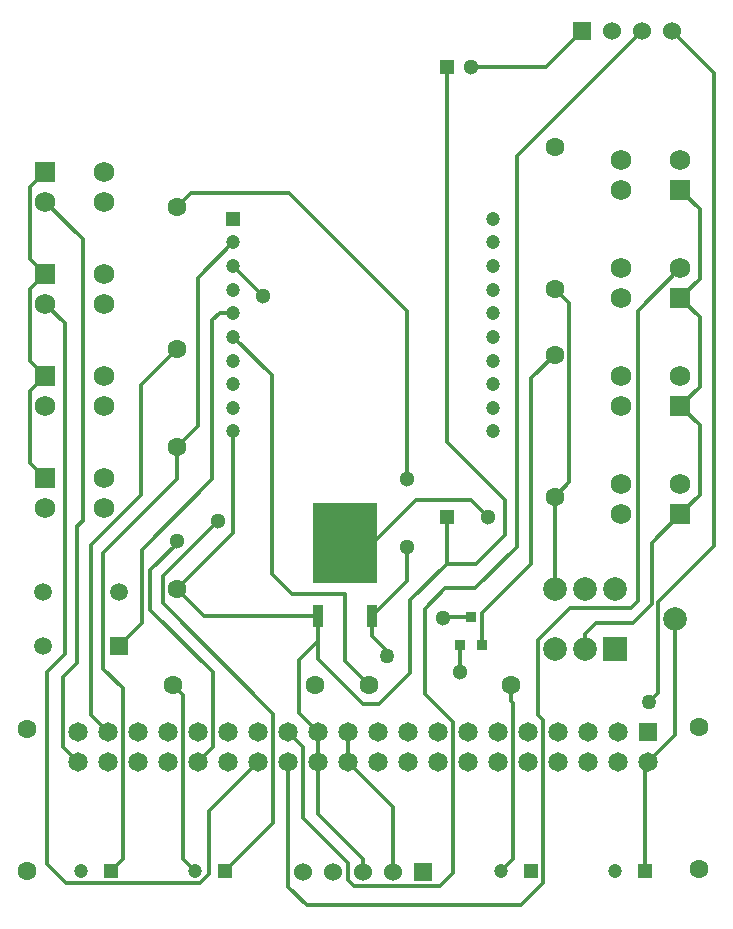
<source format=gtl>
%FSLAX44Y44*%
%MOMM*%
G71*
G01*
G75*
G04 Layer_Physical_Order=1*
G04 Layer_Color=255*
%ADD10R,0.9500X1.9000*%
%ADD11R,5.5000X6.9000*%
%ADD12R,0.9000X0.9500*%
%ADD13R,0.9000X0.9500*%
%ADD14C,0.3000*%
%ADD15C,1.6000*%
%ADD16R,1.3000X1.3000*%
%ADD17C,1.3000*%
%ADD18C,1.6500*%
%ADD19R,1.6500X1.6500*%
%ADD20C,1.2000*%
%ADD21R,1.2000X1.2000*%
%ADD22C,1.5000*%
%ADD23R,1.5000X1.5000*%
%ADD24R,1.5240X1.5240*%
%ADD25C,1.5240*%
%ADD26C,2.0000*%
%ADD27R,2.0000X2.0000*%
%ADD28R,1.2000X1.2000*%
%ADD29R,1.7500X1.7500*%
%ADD30C,1.7500*%
%ADD31C,1.2700*%
G54D10*
X271840Y266380D02*
D03*
X317440D02*
D03*
G54D11*
X294640Y328380D02*
D03*
G54D12*
X401320Y265750D02*
D03*
X391820Y242250D02*
D03*
G54D13*
X410820D02*
D03*
G54D14*
X271900Y143300D02*
Y168700D01*
X297300Y143300D02*
Y168700D01*
X472440Y289560D02*
Y367680D01*
X542576Y525196D02*
X578720Y561340D01*
X542576Y279186D02*
Y525196D01*
X536480Y273090D02*
X542576Y279186D01*
X484918Y273090D02*
X536480D01*
X458248Y246420D02*
X484918Y273090D01*
X458248Y182666D02*
Y246420D01*
Y182666D02*
X462312Y178602D01*
Y40680D02*
Y178602D01*
X443516Y21884D02*
X462312Y40680D01*
X262160Y21884D02*
X443516D01*
X246500Y37544D02*
X262160Y21884D01*
X246500Y37544D02*
Y143300D01*
X554460Y328799D02*
X578720Y353060D01*
X554460Y276592D02*
Y328799D01*
X538927Y261059D02*
X554460Y276592D01*
X507398Y261059D02*
X538927D01*
X497840Y251500D02*
X507398Y261059D01*
X497840Y238760D02*
Y251500D01*
X401000Y731520D02*
X464820D01*
X495300Y762000D01*
X152400Y289560D02*
X175580Y266380D01*
X271840D01*
X271900Y98783D02*
Y143300D01*
Y98783D02*
X310000Y60683D01*
Y50000D02*
Y60683D01*
X256064Y184536D02*
X271900Y168700D01*
X256064Y184536D02*
Y229402D01*
X574040Y166040D02*
Y264160D01*
X551300Y143300D02*
X574040Y166040D01*
X28226Y457086D02*
X41040Y469900D01*
X28226Y396354D02*
Y457086D01*
Y396354D02*
X41040Y383540D01*
X28226Y543446D02*
X41040Y556260D01*
X28226Y482714D02*
Y543446D01*
Y482714D02*
X41040Y469900D01*
X28226Y569074D02*
X41040Y556260D01*
X28226Y569074D02*
Y629806D01*
X41040Y642620D01*
X335400Y50000D02*
Y105200D01*
X297300Y143300D02*
X335400Y105200D01*
X426720Y50800D02*
X436658Y60738D01*
Y193080D01*
X434960Y194778D02*
X436658Y193080D01*
X434960Y194778D02*
Y208280D01*
X157512Y60928D02*
X167640Y50800D01*
X157512Y60928D02*
Y200008D01*
X149240Y208280D02*
X157512Y200008D01*
X472440Y367680D02*
X484664Y379904D01*
Y531336D01*
X472440Y543560D02*
X484664Y531336D01*
X256064Y229402D02*
X271840Y245178D01*
Y266380D01*
X552482Y193842D02*
X560000Y201360D01*
Y278170D01*
X607500Y325670D01*
Y726000D01*
X571500Y762000D02*
X607500Y726000D01*
X578720Y353060D02*
X595000Y369340D01*
Y428220D01*
X578720Y444500D02*
X595000Y428220D01*
X578720Y444500D02*
X595000Y460780D01*
Y519660D01*
X578720Y535940D02*
X595000Y519660D01*
X578720Y535940D02*
X595000Y552220D01*
Y611100D01*
X578720Y627380D02*
X595000Y611100D01*
X410820Y242250D02*
Y269350D01*
X452500Y311030D01*
Y467740D01*
X472440Y487680D01*
X440000Y655900D02*
X546100Y762000D01*
X385858Y48808D02*
Y176824D01*
X375190Y38140D02*
X385858Y48808D01*
X302292Y38140D02*
X375190D01*
X297212Y43220D02*
X302292Y38140D01*
X297212Y43220D02*
Y57444D01*
X259366Y95290D02*
X297212Y57444D01*
X259366Y95290D02*
Y155834D01*
X246500Y168700D02*
X259366Y155834D01*
X179610Y101810D02*
X221100Y143300D01*
X179610Y48300D02*
Y101810D01*
X171990Y40680D02*
X179610Y48300D01*
X58198Y40680D02*
X171990D01*
X42500Y56378D02*
X58198Y40680D01*
X42500Y56378D02*
Y219422D01*
X57500Y234422D01*
Y514400D01*
X41040Y530860D02*
X57500Y514400D01*
X56166Y155834D02*
X68700Y143300D01*
X56166Y155834D02*
Y215000D01*
X67676Y226510D01*
X67501Y226685D02*
X67676Y226510D01*
X67501Y226685D02*
Y342500D01*
X72500Y347499D01*
Y585760D01*
X41040Y617220D02*
X72500Y585760D01*
X80000Y182800D02*
X94100Y168700D01*
X80000Y182800D02*
Y326642D01*
X122206Y368848D01*
Y462566D01*
X152400Y492760D01*
X96520Y50800D02*
X106458Y60738D01*
Y205526D01*
X90000Y221984D02*
X106458Y205526D01*
X90000Y221984D02*
Y319878D01*
X152400Y382278D02*
Y409560D01*
X170300Y143300D02*
X182658Y155658D01*
Y219496D01*
X130000Y272154D02*
X182658Y219496D01*
X152500Y327768D02*
Y330000D01*
X90000Y319878D02*
X152400Y382278D01*
X130000Y272154D02*
Y305268D01*
X152500Y327768D01*
X193040Y50800D02*
X233458Y91218D01*
Y184042D01*
X140240Y277260D02*
X233458Y184042D01*
X140240Y277260D02*
Y300240D01*
X187500Y347500D01*
X362110Y200572D02*
X385858Y176824D01*
X362110Y200572D02*
Y272330D01*
X391820Y219242D02*
Y242250D01*
X548640Y50800D02*
Y140640D01*
X551300Y143300D01*
X152400Y289560D02*
X199880Y337040D01*
Y422920D01*
Y562920D02*
X225000Y537800D01*
X103620Y241660D02*
X122500Y260540D01*
Y322271D01*
X182500Y382271D01*
Y516886D01*
X188534Y522920D01*
X199880D01*
X152400Y409560D02*
X170000Y427160D01*
Y553040D01*
X199880Y582920D01*
X271840Y230164D02*
Y245178D01*
Y230164D02*
X310194Y191810D01*
X323120D01*
X350000Y218690D01*
Y280000D01*
X440000Y325000D02*
Y655900D01*
X405000Y290000D02*
X440000Y325000D01*
X362110Y272330D02*
X379781Y290000D01*
X405000D01*
X381000Y311000D02*
Y350520D01*
X350000Y280000D02*
X381000Y311000D01*
X406000D01*
X430000Y335000D01*
Y365000D01*
X381000Y414000D02*
X430000Y365000D01*
X381000Y414000D02*
Y731520D01*
X317440Y266380D02*
X347500Y296440D01*
X152400Y612760D02*
X164640Y625000D01*
X247500D01*
X295000Y228240D02*
X314960Y208280D01*
X295000Y228240D02*
Y285000D01*
X250013D02*
X295000D01*
X232500Y302513D02*
X250013Y285000D01*
X232500Y302513D02*
Y470300D01*
X199880Y502920D02*
X232500Y470300D01*
X347500Y296440D02*
Y325000D01*
Y327500D01*
X347500Y382500D02*
Y525000D01*
X247500Y625000D02*
X347500Y525000D01*
X294640Y328380D02*
X318380D01*
X355000Y365000D01*
X401520D01*
X416000Y350520D01*
X317440Y249814D02*
Y266380D01*
X330000Y232500D02*
Y237254D01*
X317440Y249814D02*
X330000Y237254D01*
X377749Y265750D02*
X401320D01*
X377500Y265501D02*
X377749Y265750D01*
X377500Y265000D02*
Y265501D01*
G54D15*
X594360Y172720D02*
D03*
Y52720D02*
D03*
X472440Y543560D02*
D03*
Y663560D02*
D03*
Y487680D02*
D03*
Y367680D02*
D03*
X152400Y492760D02*
D03*
Y612760D02*
D03*
Y289560D02*
D03*
Y409560D02*
D03*
X25400Y50800D02*
D03*
Y170800D02*
D03*
X269240Y208280D02*
D03*
X149240D02*
D03*
X314960D02*
D03*
X434960D02*
D03*
G54D16*
X381000Y731520D02*
D03*
Y350520D02*
D03*
G54D17*
X401000Y731520D02*
D03*
X416000Y350520D02*
D03*
X152500Y330000D02*
D03*
X391820Y219242D02*
D03*
X225000Y537800D02*
D03*
X187500Y347500D02*
D03*
X347500Y325000D02*
D03*
X347500Y382500D02*
D03*
X377500Y265000D02*
D03*
G54D18*
X68700Y168700D02*
D03*
Y143300D02*
D03*
X94100Y168700D02*
D03*
Y143300D02*
D03*
X119500Y168700D02*
D03*
Y143300D02*
D03*
X144900Y168700D02*
D03*
Y143300D02*
D03*
X170300Y168700D02*
D03*
Y143300D02*
D03*
X195700Y168700D02*
D03*
Y143300D02*
D03*
X221100Y168700D02*
D03*
Y143300D02*
D03*
X246500Y168700D02*
D03*
Y143300D02*
D03*
X271900Y168700D02*
D03*
Y143300D02*
D03*
X297300Y168700D02*
D03*
Y143300D02*
D03*
X322700Y168700D02*
D03*
Y143300D02*
D03*
X348100Y168700D02*
D03*
Y143300D02*
D03*
X373500Y168700D02*
D03*
Y143300D02*
D03*
X398900Y168700D02*
D03*
Y143300D02*
D03*
X424300Y168700D02*
D03*
Y143300D02*
D03*
X449700Y168700D02*
D03*
Y143300D02*
D03*
X475100Y168700D02*
D03*
Y143300D02*
D03*
X500500Y168700D02*
D03*
Y143300D02*
D03*
X525900Y168700D02*
D03*
Y143300D02*
D03*
X551300D02*
D03*
G54D19*
Y168700D02*
D03*
G54D20*
X71120Y50800D02*
D03*
X167640D02*
D03*
X523240D02*
D03*
X426720D02*
D03*
X199880Y422920D02*
D03*
Y442920D02*
D03*
Y462920D02*
D03*
Y482920D02*
D03*
Y502920D02*
D03*
Y522920D02*
D03*
Y542920D02*
D03*
Y562920D02*
D03*
Y582920D02*
D03*
X419880Y422920D02*
D03*
Y442920D02*
D03*
Y462920D02*
D03*
Y482920D02*
D03*
Y502920D02*
D03*
Y522920D02*
D03*
Y542920D02*
D03*
Y562920D02*
D03*
Y582920D02*
D03*
Y602920D02*
D03*
G54D21*
X96520Y50800D02*
D03*
X193040D02*
D03*
X548640D02*
D03*
X452120D02*
D03*
G54D22*
X103620Y286660D02*
D03*
X38620Y241660D02*
D03*
Y286660D02*
D03*
G54D23*
X103620Y241660D02*
D03*
G54D24*
X360800Y50000D02*
D03*
X495300Y762000D02*
D03*
G54D25*
X335400Y50000D02*
D03*
X310000D02*
D03*
X284600D02*
D03*
X259200D02*
D03*
X571500Y762000D02*
D03*
X520700D02*
D03*
X546100D02*
D03*
G54D26*
X472440Y238760D02*
D03*
X497840Y289560D02*
D03*
X472440D02*
D03*
X523240D02*
D03*
X497840Y238760D02*
D03*
X574040Y264160D02*
D03*
G54D27*
X523240Y238760D02*
D03*
G54D28*
X199880Y602920D02*
D03*
G54D29*
X41040Y556260D02*
D03*
Y469900D02*
D03*
Y383540D02*
D03*
X578720Y627380D02*
D03*
Y535940D02*
D03*
Y444500D02*
D03*
Y353060D02*
D03*
X41040Y642620D02*
D03*
G54D30*
X91040Y556260D02*
D03*
Y530860D02*
D03*
X41040D02*
D03*
X91040Y469900D02*
D03*
Y444500D02*
D03*
X41040D02*
D03*
X91040Y383540D02*
D03*
Y358140D02*
D03*
X41040D02*
D03*
X528720Y627380D02*
D03*
Y652780D02*
D03*
X578720D02*
D03*
X528720Y535940D02*
D03*
Y561340D02*
D03*
X578720D02*
D03*
X528720Y444500D02*
D03*
Y469900D02*
D03*
X578720D02*
D03*
X528720Y353060D02*
D03*
Y378460D02*
D03*
X578720D02*
D03*
X91040Y642620D02*
D03*
Y617220D02*
D03*
X41040D02*
D03*
G54D31*
X552482Y193842D02*
D03*
X330000Y232500D02*
D03*
M02*

</source>
